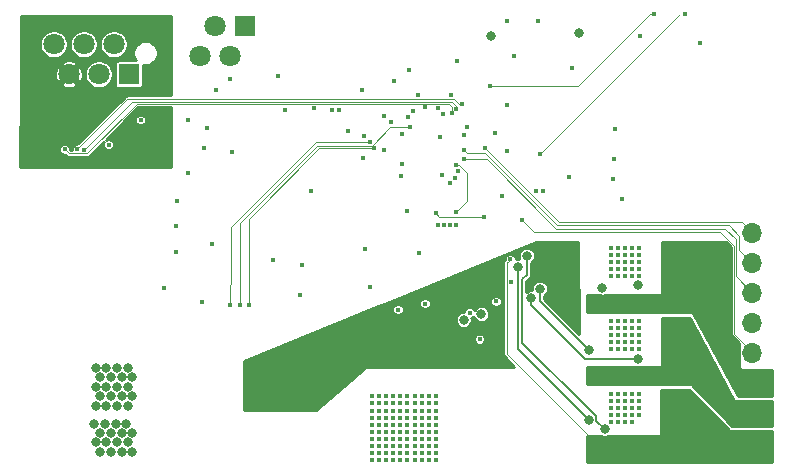
<source format=gbr>
G04 #@! TF.GenerationSoftware,KiCad,Pcbnew,5.0.2-bee76a0~70~ubuntu18.04.1*
G04 #@! TF.CreationDate,2019-12-16T16:01:37+01:00*
G04 #@! TF.ProjectId,board,626f6172-642e-46b6-9963-61645f706362,rev?*
G04 #@! TF.SameCoordinates,Original*
G04 #@! TF.FileFunction,Copper,L3,Inr*
G04 #@! TF.FilePolarity,Positive*
%FSLAX46Y46*%
G04 Gerber Fmt 4.6, Leading zero omitted, Abs format (unit mm)*
G04 Created by KiCad (PCBNEW 5.0.2-bee76a0~70~ubuntu18.04.1) date Mo 16 Dez 2019 16:01:37 CET*
%MOMM*%
%LPD*%
G01*
G04 APERTURE LIST*
G04 #@! TA.AperFunction,ViaPad*
%ADD10O,1.700000X1.700000*%
G04 #@! TD*
G04 #@! TA.AperFunction,ViaPad*
%ADD11R,1.700000X1.700000*%
G04 #@! TD*
G04 #@! TA.AperFunction,ViaPad*
%ADD12C,1.800000*%
G04 #@! TD*
G04 #@! TA.AperFunction,ViaPad*
%ADD13R,1.800000X1.800000*%
G04 #@! TD*
G04 #@! TA.AperFunction,ViaPad*
%ADD14C,0.400000*%
G04 #@! TD*
G04 #@! TA.AperFunction,ViaPad*
%ADD15C,0.800000*%
G04 #@! TD*
G04 #@! TA.AperFunction,ViaPad*
%ADD16C,0.600000*%
G04 #@! TD*
G04 #@! TA.AperFunction,Conductor*
%ADD17C,0.101600*%
G04 #@! TD*
G04 #@! TA.AperFunction,Conductor*
%ADD18C,0.177800*%
G04 #@! TD*
G04 #@! TA.AperFunction,Conductor*
%ADD19C,0.254000*%
G04 #@! TD*
G04 APERTURE END LIST*
D10*
G04 #@! TO.N,/HALL3*
G04 #@! TO.C,J2*
X156000000Y-119329200D03*
G04 #@! TO.N,/HALL2*
X156000000Y-121869200D03*
G04 #@! TO.N,/HALL1*
X156000000Y-124409200D03*
G04 #@! TO.N,GND*
X156000000Y-126949200D03*
G04 #@! TO.N,+3V3*
X156000000Y-129489200D03*
G04 #@! TO.N,/PH1*
X156000000Y-132029200D03*
G04 #@! TO.N,/PH2*
X156000000Y-134569200D03*
D11*
G04 #@! TO.N,/PH3*
X156000000Y-137109200D03*
G04 #@! TD*
D12*
G04 #@! TO.N,N/C*
G04 #@! TO.C,J5*
X96860000Y-103390000D03*
G04 #@! TO.N,SHIELD*
X98130000Y-105930000D03*
D13*
G04 #@! TO.N,/l_TX*
X103210000Y-105930000D03*
D12*
G04 #@! TO.N,/h_TX*
X101940000Y-103390000D03*
G04 #@! TO.N,/l_RX*
X100670000Y-105930000D03*
G04 #@! TO.N,/h_RX*
X99400000Y-103390000D03*
G04 #@! TD*
D13*
G04 #@! TO.N,/SDA*
G04 #@! TO.C,J9*
X113005000Y-101860000D03*
D12*
G04 #@! TO.N,/SCL*
X111735000Y-104400000D03*
G04 #@! TO.N,+3V3*
X110465000Y-101860000D03*
G04 #@! TO.N,GND*
X109195000Y-104400000D03*
G04 #@! TD*
D14*
G04 #@! TO.N,GND*
X126800000Y-136800000D03*
X128000000Y-136800000D03*
X124400000Y-137400000D03*
X128000000Y-136200000D03*
X126200000Y-136200000D03*
X125000000Y-136200000D03*
X124400000Y-136800000D03*
X128000000Y-137400000D03*
X128600000Y-137400000D03*
X126200000Y-136800000D03*
X125010000Y-135610000D03*
X128600000Y-136800000D03*
X124400000Y-136200000D03*
X127400000Y-136800000D03*
X125600000Y-135600000D03*
X126800000Y-137400000D03*
X125000000Y-136800000D03*
X129200000Y-135600000D03*
X126800000Y-135600000D03*
X126200000Y-137400000D03*
X123800000Y-137400000D03*
X128000000Y-135600000D03*
X128600000Y-135600000D03*
X123800000Y-135600000D03*
X128600000Y-136200000D03*
X126200000Y-135600000D03*
X127410000Y-135610000D03*
X127400000Y-136200000D03*
X129200000Y-136800000D03*
X123800000Y-136800000D03*
X125600000Y-137400000D03*
X125600000Y-136200000D03*
X123800000Y-136200000D03*
X125000000Y-137400000D03*
X127400000Y-137400000D03*
X125600000Y-136800000D03*
X124400000Y-135600000D03*
X126800000Y-136200000D03*
X129200000Y-137400000D03*
X129200000Y-136200000D03*
X129200000Y-138600000D03*
X128600000Y-138000000D03*
X123800000Y-138600000D03*
X124400000Y-138000000D03*
X126800000Y-138000000D03*
X125600000Y-138000000D03*
X128000000Y-138600000D03*
X123800000Y-138000000D03*
X126200000Y-138600000D03*
X126800000Y-138600000D03*
X128600000Y-138600000D03*
X125600000Y-138600000D03*
X125000000Y-138600000D03*
X126200000Y-138000000D03*
X128000000Y-138000000D03*
X125000000Y-138000000D03*
X127400000Y-138600000D03*
X129200000Y-138000000D03*
X127400000Y-138000000D03*
X124400000Y-138600000D03*
X126800000Y-134400000D03*
X128000000Y-134400000D03*
X124400000Y-135000000D03*
X128000000Y-133800000D03*
X126200000Y-133800000D03*
X125000000Y-133800000D03*
X124400000Y-134400000D03*
X128000000Y-135000000D03*
X128600000Y-135000000D03*
X126200000Y-134400000D03*
X125010000Y-133210000D03*
X128600000Y-134400000D03*
X124400000Y-133800000D03*
X127400000Y-134400000D03*
X125600000Y-133200000D03*
X126800000Y-135000000D03*
X125000000Y-134400000D03*
X129200000Y-133200000D03*
X126800000Y-133200000D03*
X126200000Y-135000000D03*
X123800000Y-135000000D03*
X128000000Y-133200000D03*
X128600000Y-133200000D03*
X123800000Y-133200000D03*
X128600000Y-133800000D03*
X126200000Y-133200000D03*
X127410000Y-133210000D03*
X127400000Y-133800000D03*
X129200000Y-134400000D03*
X123800000Y-134400000D03*
X125600000Y-135000000D03*
X125600000Y-133800000D03*
X123800000Y-133800000D03*
X125000000Y-135000000D03*
X127400000Y-135000000D03*
X125600000Y-134400000D03*
X124400000Y-133200000D03*
X126800000Y-133800000D03*
X129200000Y-135000000D03*
X129200000Y-133800000D03*
G04 #@! TO.N,+36V*
X129100000Y-127200000D03*
X128500000Y-127800000D03*
X124910000Y-127210000D03*
X126700000Y-127800000D03*
X129100000Y-129000000D03*
X129100000Y-127800000D03*
X128500000Y-127200000D03*
X124900000Y-129000000D03*
X126700000Y-128400000D03*
X126100000Y-127200000D03*
X126100000Y-129000000D03*
X124300000Y-127800000D03*
X126100000Y-128400000D03*
X126700000Y-127200000D03*
X123700000Y-127800000D03*
X126100000Y-127800000D03*
X127900000Y-127200000D03*
X124900000Y-127800000D03*
X127310000Y-127210000D03*
X124300000Y-128400000D03*
X127900000Y-129000000D03*
X127300000Y-127800000D03*
X123700000Y-128400000D03*
X125500000Y-129000000D03*
X125500000Y-127200000D03*
X123700000Y-127200000D03*
X124300000Y-129000000D03*
X127900000Y-127800000D03*
X127300000Y-129000000D03*
X125500000Y-128400000D03*
X128500000Y-128400000D03*
X128500000Y-129000000D03*
X123700000Y-129000000D03*
X124900000Y-128400000D03*
X129100000Y-128400000D03*
X127300000Y-128400000D03*
X127900000Y-128400000D03*
X125500000Y-127800000D03*
X126700000Y-129000000D03*
X124300000Y-127200000D03*
G04 #@! TO.N,/PH2*
X149600000Y-132000000D03*
X150200000Y-130800000D03*
X149600000Y-130800000D03*
X150200000Y-132000000D03*
X149600000Y-131400000D03*
X150200000Y-131400000D03*
X152600000Y-132000000D03*
X152600000Y-131400000D03*
X152000000Y-132000000D03*
X152000000Y-131400000D03*
X152600000Y-130800000D03*
X152000000Y-130800000D03*
X150800000Y-132000000D03*
X151400000Y-130800000D03*
X150800000Y-130800000D03*
X151400000Y-132000000D03*
X150800000Y-131400000D03*
X151400000Y-131400000D03*
X152000000Y-130200000D03*
X152000000Y-129600000D03*
X151400000Y-129000000D03*
X151400000Y-129600000D03*
X151400000Y-130200000D03*
X152600000Y-133200000D03*
X153200000Y-133200000D03*
X152600000Y-132600000D03*
X153200000Y-132600000D03*
X153200000Y-132000000D03*
X152000000Y-132600000D03*
X153800000Y-134400000D03*
X153200000Y-134400000D03*
X153800000Y-133800000D03*
X153200000Y-133800000D03*
X153800000Y-133200000D03*
G04 #@! TO.N,/PH3*
X149100000Y-137900000D03*
X150300000Y-137900000D03*
X149100000Y-138500000D03*
X148500000Y-137300000D03*
X149700000Y-138500000D03*
X149700000Y-137300000D03*
X150900000Y-137300000D03*
X151500000Y-138500000D03*
X149100000Y-136700000D03*
X149710000Y-136710000D03*
X151500000Y-137300000D03*
X148500000Y-138500000D03*
X149700000Y-137900000D03*
X148500000Y-137900000D03*
X150300000Y-138500000D03*
X151500000Y-137900000D03*
X150900000Y-136700000D03*
X150900000Y-137900000D03*
X151500000Y-136700000D03*
X150900000Y-138500000D03*
X149100000Y-137300000D03*
X150300000Y-136700000D03*
X148500000Y-136700000D03*
X150300000Y-137300000D03*
X152110000Y-136710000D03*
X153900000Y-137300000D03*
X152100000Y-138500000D03*
X153900000Y-137900000D03*
X153300000Y-136700000D03*
X153300000Y-138500000D03*
X153300000Y-137900000D03*
X153900000Y-136700000D03*
X153300000Y-137300000D03*
X152100000Y-137300000D03*
X152700000Y-138500000D03*
X152700000Y-136700000D03*
X152700000Y-137900000D03*
X152100000Y-137900000D03*
X152700000Y-137300000D03*
X153900000Y-138500000D03*
X153300000Y-136100000D03*
X151500000Y-136100000D03*
X151500000Y-135500000D03*
X152700000Y-135500000D03*
X152110000Y-135510000D03*
X152100000Y-136100000D03*
X152700000Y-136100000D03*
X151500000Y-134900000D03*
X152110000Y-134910000D03*
X151500000Y-134300000D03*
G04 #@! TO.N,/PH1*
X149100000Y-124700000D03*
X149700000Y-125900000D03*
X149700000Y-124700000D03*
X149100000Y-125900000D03*
X149100000Y-125300000D03*
X149700000Y-125300000D03*
X150300000Y-125300000D03*
X150300000Y-125900000D03*
X150300000Y-124700000D03*
X151000000Y-124700000D03*
X151600000Y-125900000D03*
X151600000Y-124700000D03*
X151000000Y-125900000D03*
X151000000Y-125300000D03*
X151600000Y-125300000D03*
X152200000Y-125300000D03*
X152200000Y-125900000D03*
X152200000Y-124700000D03*
X151600000Y-122900000D03*
X152200000Y-124100000D03*
X152200000Y-122900000D03*
X151600000Y-124100000D03*
X151600000Y-123500000D03*
X152200000Y-123500000D03*
X152800000Y-123500000D03*
X152800000Y-124100000D03*
X152800000Y-122900000D03*
X152200000Y-126500000D03*
X152800000Y-127700000D03*
X152800000Y-126500000D03*
X152200000Y-127700000D03*
X152200000Y-127100000D03*
X152800000Y-127100000D03*
X153400000Y-127100000D03*
X153400000Y-127700000D03*
X153400000Y-126500000D03*
X152800000Y-124700000D03*
X153400000Y-125900000D03*
X153400000Y-124700000D03*
X152800000Y-125900000D03*
X152800000Y-125300000D03*
X153400000Y-125300000D03*
X154000000Y-125300000D03*
X154000000Y-125900000D03*
X154000000Y-124700000D03*
X151600000Y-121100000D03*
X152200000Y-121700000D03*
X152200000Y-122300000D03*
X152200000Y-121100000D03*
X151600000Y-122300000D03*
X152800000Y-122300000D03*
X152800000Y-121100000D03*
X151600000Y-121700000D03*
X152800000Y-121700000D03*
X153400000Y-122900000D03*
X154000000Y-124100000D03*
X153400000Y-124100000D03*
X153400000Y-123500000D03*
X153400000Y-121100000D03*
X153400000Y-122300000D03*
X153400000Y-121700000D03*
X154000000Y-126500000D03*
X154000000Y-127700000D03*
X154000000Y-127100000D03*
X151600000Y-126500000D03*
X152800000Y-128300000D03*
X153400000Y-128300000D03*
X154000000Y-128300000D03*
X152800000Y-128900000D03*
X153400000Y-128900000D03*
X154000000Y-128900000D03*
X154000000Y-129500000D03*
X153400000Y-129500000D03*
X154000000Y-130100000D03*
X153400000Y-130100000D03*
X154000000Y-130700000D03*
X154000000Y-131300000D03*
G04 #@! TO.N,/PH2*
X143600000Y-132000000D03*
X143600000Y-131400000D03*
X148400000Y-130800000D03*
X148400000Y-132000000D03*
X149000000Y-130800000D03*
X143600000Y-130800000D03*
X149000000Y-132000000D03*
X148400000Y-131400000D03*
X149000000Y-131400000D03*
G04 #@! TO.N,/PH1*
X144310000Y-124710000D03*
X144900000Y-125900000D03*
X144900000Y-125300000D03*
X145500000Y-124700000D03*
X144300000Y-125900000D03*
X144300000Y-125300000D03*
X145500000Y-125900000D03*
X146100000Y-124700000D03*
X144900000Y-124700000D03*
X146100000Y-125900000D03*
X145500000Y-125300000D03*
X146100000Y-125300000D03*
X146710000Y-124710000D03*
X147300000Y-125900000D03*
X147300000Y-125300000D03*
X147900000Y-124700000D03*
X146700000Y-125900000D03*
X146700000Y-125300000D03*
X147900000Y-125900000D03*
X148500000Y-124700000D03*
X147300000Y-124700000D03*
X148500000Y-125900000D03*
X147900000Y-125300000D03*
X148500000Y-125300000D03*
G04 #@! TO.N,/PH3*
X143610000Y-136710000D03*
X144200000Y-137900000D03*
X144200000Y-137300000D03*
X144800000Y-136700000D03*
X143600000Y-137900000D03*
X143600000Y-137300000D03*
X144800000Y-137900000D03*
X145400000Y-136700000D03*
X144200000Y-136700000D03*
X145400000Y-137900000D03*
X144800000Y-137300000D03*
X145400000Y-137300000D03*
X143600000Y-138500000D03*
X145400000Y-138500000D03*
X144800000Y-138500000D03*
X144200000Y-138500000D03*
X146000000Y-137900000D03*
X147800000Y-137900000D03*
X147800000Y-138500000D03*
X147200000Y-137300000D03*
X147800000Y-136700000D03*
X146600000Y-136700000D03*
X146010000Y-136710000D03*
X147200000Y-138500000D03*
X146000000Y-137300000D03*
X147200000Y-137900000D03*
X146000000Y-138500000D03*
X146600000Y-138500000D03*
X146600000Y-137300000D03*
X147800000Y-137300000D03*
X147200000Y-136700000D03*
X146600000Y-137900000D03*
G04 #@! TO.N,GND*
X146400000Y-127400000D03*
X144600000Y-127400000D03*
X144600000Y-128600000D03*
X144600000Y-128000000D03*
X146400000Y-129200000D03*
X145800000Y-129200000D03*
X145200000Y-126800000D03*
X145800000Y-126800000D03*
X145800000Y-128000000D03*
X145200000Y-129200000D03*
X145200000Y-127400000D03*
X144600000Y-126800000D03*
X145800000Y-127400000D03*
X145800000Y-128600000D03*
X145200000Y-128600000D03*
X145200000Y-128000000D03*
X146400000Y-126800000D03*
X146400000Y-128000000D03*
X144600000Y-129200000D03*
X146400000Y-128600000D03*
X146400000Y-133600000D03*
X144600000Y-133600000D03*
X144600000Y-134800000D03*
X144600000Y-134200000D03*
X145800000Y-135400000D03*
X145200000Y-133000000D03*
X145800000Y-133000000D03*
X145800000Y-134200000D03*
X145200000Y-135400000D03*
X145200000Y-133600000D03*
X144600000Y-133000000D03*
X145800000Y-133600000D03*
X145800000Y-134800000D03*
X145200000Y-134800000D03*
X145200000Y-134200000D03*
X146400000Y-133000000D03*
X146400000Y-134200000D03*
X144600000Y-135400000D03*
X146400000Y-134800000D03*
G04 #@! TO.N,/PH2*
X143100000Y-131400000D03*
X143100000Y-132000000D03*
G04 #@! TO.N,GND*
X144000000Y-128000000D03*
X144000000Y-129200000D03*
X144000000Y-126800000D03*
X144000000Y-128600000D03*
X144000000Y-127400000D03*
X144000000Y-121200000D03*
X144000000Y-122400000D03*
X144000000Y-121800000D03*
X144000000Y-120600000D03*
X144000000Y-123000000D03*
X144000000Y-134800000D03*
X144000000Y-133600000D03*
X144000000Y-135400000D03*
X144000000Y-133000000D03*
X144000000Y-134200000D03*
X146400000Y-121200000D03*
X146400000Y-121800000D03*
X146400000Y-122400000D03*
X146400000Y-123000000D03*
X145800000Y-123000000D03*
X145800000Y-122400000D03*
X145800000Y-121800000D03*
X145800000Y-121200000D03*
X145800000Y-120600000D03*
X145200000Y-120600000D03*
X145200000Y-121200000D03*
X145200000Y-121800000D03*
X145200000Y-122400000D03*
X145200000Y-123000000D03*
X144600000Y-123000000D03*
X144600000Y-120600000D03*
X144600000Y-121800000D03*
X144600000Y-121200000D03*
X144600000Y-122400000D03*
D15*
G04 #@! TO.N,+36V*
X141300000Y-102400000D03*
X141000000Y-120600000D03*
D14*
G04 #@! TO.N,Net-(C5-Pad2)*
X129890000Y-118690000D03*
X127748000Y-121100000D03*
G04 #@! TO.N,+3V3*
X133750000Y-106885000D03*
X134800000Y-116195000D03*
X127700000Y-107700000D03*
X130500000Y-107700000D03*
X111740000Y-106360000D03*
X115880000Y-106040000D03*
X125700000Y-106510000D03*
X136500000Y-118300000D03*
X129200000Y-117700000D03*
X133300000Y-118000000D03*
X104200000Y-109800000D03*
X108200000Y-109800000D03*
X147700000Y-100800000D03*
X126250000Y-114570000D03*
G04 #@! TO.N,Net-(DRV8323H1-Pad27)*
X130380000Y-118690000D03*
G04 #@! TO.N,Net-(C5-Pad2)*
X117700000Y-124650000D03*
G04 #@! TO.N,GND*
X129390000Y-118670000D03*
D15*
G04 #@! TO.N,/mosfet_bridges/GHA*
X131550000Y-126710000D03*
X143300000Y-124000000D03*
G04 #@! TO.N,/mosfet_bridges/GLA*
X133060000Y-126250000D03*
X146300000Y-123800000D03*
G04 #@! TO.N,/mosfet_bridges/GLB*
X137300000Y-124900000D03*
X146300000Y-130000000D03*
G04 #@! TO.N,/mosfet_bridges/GHB*
X142200000Y-129300000D03*
X138000000Y-124100000D03*
G04 #@! TO.N,/mosfet_bridges/GHC*
X136180000Y-122220000D03*
X142130025Y-135169975D03*
G04 #@! TO.N,/mosfet_bridges/GLC*
X136900000Y-121300000D03*
X143494805Y-135966469D03*
G04 #@! TO.N,GND*
X100300000Y-135500000D03*
X101200000Y-135500000D03*
X102100000Y-135500000D03*
X103000000Y-135500000D03*
X100800000Y-136300000D03*
X101700000Y-136300000D03*
X102600000Y-136300000D03*
X103500000Y-136300000D03*
X100400000Y-137100000D03*
X101300000Y-137100000D03*
X102200000Y-137100000D03*
X103100000Y-137100000D03*
X100800000Y-137900000D03*
X101700000Y-137900000D03*
X102600000Y-137900000D03*
X103500000Y-137900000D03*
D14*
X146400000Y-120600000D03*
X129530000Y-111270000D03*
D15*
X133860000Y-102690000D03*
D14*
X126300000Y-111000000D03*
X135200000Y-108500000D03*
X134200000Y-110900000D03*
X135200000Y-112400000D03*
X124800000Y-109500000D03*
X140700000Y-105400000D03*
X134300000Y-125167399D03*
X132900000Y-128360000D03*
X128290000Y-125350000D03*
X145000000Y-116500000D03*
X126800000Y-117500000D03*
G04 #@! TO.N,/HALL2*
X131610000Y-112370000D03*
G04 #@! TO.N,/HALL1*
X131610000Y-113110000D03*
G04 #@! TO.N,/HALL3*
X133330000Y-112160000D03*
G04 #@! TO.N,+5V*
X107200000Y-118800000D03*
X107200000Y-120975000D03*
X144300000Y-113100000D03*
X144400000Y-110600000D03*
X144200000Y-114800000D03*
X140500000Y-114600000D03*
X135800000Y-104400000D03*
X151600000Y-103300000D03*
X122960000Y-107250000D03*
X106180000Y-124020000D03*
X107300000Y-116680000D03*
X146500000Y-102700000D03*
G04 #@! TO.N,/PH1*
X132070000Y-126100000D03*
X143110000Y-126060000D03*
G04 #@! TO.N,/PH2*
X135548036Y-123532076D03*
X143110000Y-130810000D03*
G04 #@! TO.N,/PH3*
X135500000Y-121608700D03*
X143040000Y-138210000D03*
D16*
G04 #@! TO.N,SHIELD*
X102950000Y-107640000D03*
X102270000Y-107670000D03*
X103690000Y-107560000D03*
X104390000Y-107420000D03*
X104940000Y-106980000D03*
X105300000Y-106350000D03*
X105500000Y-105660000D03*
D14*
G04 #@! TO.N,/NEOPXL*
X131560000Y-111110000D03*
X109370000Y-125170000D03*
G04 #@! TO.N,/Encoder1_A*
X115450000Y-121670000D03*
X138270000Y-115830000D03*
G04 #@! TO.N,/Encoder1_B*
X110250000Y-120330000D03*
X137660000Y-115820000D03*
G04 #@! TO.N,Net-(DRV8323H1-Pad26)*
X130910000Y-118670000D03*
G04 #@! TO.N,Net-(C5-Pad2)*
X123600000Y-123900000D03*
X117900000Y-122050000D03*
G04 #@! TO.N,Net-(DRV8323H1-Pad27)*
X126000000Y-125850000D03*
G04 #@! TO.N,GND*
X137812500Y-101400000D03*
X135200000Y-101400000D03*
G04 #@! TO.N,Net-(DRV8323H1-Pad26)*
X123200000Y-120750000D03*
G04 #@! TO.N,/term_te*
X101500000Y-111900000D03*
X108200000Y-114300000D03*
G04 #@! TO.N,/SDA*
X111950000Y-112540000D03*
X126300000Y-113500000D03*
G04 #@! TO.N,/SCL*
X124840000Y-112340000D03*
X109870000Y-110500000D03*
D15*
G04 #@! TO.N,Net-(D1-Pad2)*
X100800000Y-133200000D03*
X101700000Y-133200000D03*
X102600000Y-133200000D03*
X103500000Y-133200000D03*
X100400000Y-130800000D03*
X101300000Y-130800000D03*
X102200000Y-130800000D03*
X103100000Y-130800000D03*
X100800000Y-131600000D03*
X101700000Y-131600000D03*
X102600000Y-131600000D03*
X103500000Y-131600000D03*
X100400000Y-132400000D03*
X101300000Y-132400000D03*
X102200000Y-132400000D03*
X103100000Y-132400000D03*
X100400000Y-134000000D03*
X101300000Y-134000000D03*
X102200000Y-134000000D03*
X103100000Y-134000000D03*
D14*
G04 #@! TO.N,/DE*
X131450000Y-108470000D03*
X98860000Y-112270000D03*
G04 #@! TO.N,/WP*
X110600000Y-107300000D03*
X109600000Y-112200000D03*
G04 #@! TO.N,+1V2*
X126900000Y-105600000D03*
X131000000Y-104800000D03*
X131800000Y-110400000D03*
X125400000Y-110000000D03*
G04 #@! TO.N,USB_PU*
X130830000Y-114730000D03*
X118880000Y-108800000D03*
G04 #@! TO.N,USB_P*
X130410000Y-115150000D03*
X120440000Y-108990000D03*
G04 #@! TO.N,USB_N*
X129730000Y-114480000D03*
X121020000Y-108990000D03*
G04 #@! TO.N,82*
X129850000Y-109260000D03*
X118650000Y-115810000D03*
G04 #@! TO.N,109*
X127300000Y-109000000D03*
X116400000Y-108930000D03*
G04 #@! TO.N,/RX*
X97770000Y-112270000D03*
X130600000Y-109200000D03*
G04 #@! TO.N,/TX*
X130940000Y-108880000D03*
X99420000Y-112330000D03*
G04 #@! TO.N,/CS_MISO*
X113400000Y-125500000D03*
X124000000Y-112200000D03*
G04 #@! TO.N,/CS_CLK*
X126991736Y-110408264D03*
X112600000Y-125500000D03*
G04 #@! TO.N,/CS*
X123610000Y-111660000D03*
X111800000Y-125500000D03*
G04 #@! TO.N,/iCE40LP/SCK*
X126820000Y-109550000D03*
X121790000Y-110760000D03*
G04 #@! TO.N,/iCE40LP/SDO*
X123140000Y-111140000D03*
X129360000Y-108810000D03*
G04 #@! TO.N,/iCE40LP/SDI*
X128244780Y-108740000D03*
X123000000Y-113001600D03*
G04 #@! TO.N,/iCE40LP/LED*
X131120000Y-114090000D03*
X150300000Y-100800000D03*
X138000000Y-112700000D03*
G04 #@! TO.N,/nFault*
X130910000Y-113650000D03*
X130900000Y-117600000D03*
G04 #@! TD*
D17*
G04 #@! TO.N,+3V3*
X129500000Y-118000000D02*
X133300000Y-118000000D01*
X129200000Y-117700000D02*
X129500000Y-118000000D01*
X133750000Y-106885000D02*
X141215000Y-106885000D01*
X141215000Y-106885000D02*
X147300000Y-100800000D01*
X154447590Y-127936790D02*
X155150001Y-128639201D01*
X154447590Y-120447590D02*
X154447590Y-127936790D01*
X153300000Y-119300000D02*
X154447590Y-120447590D01*
X155150001Y-128639201D02*
X156000000Y-129489200D01*
X137500000Y-119300000D02*
X153300000Y-119300000D01*
X136500000Y-118300000D02*
X137500000Y-119300000D01*
D18*
G04 #@! TO.N,/mosfet_bridges/GLB*
X137300000Y-124900000D02*
X137300000Y-125465685D01*
X141834315Y-130000000D02*
X141600000Y-129765685D01*
X137300000Y-125465685D02*
X141600000Y-129765685D01*
X146300000Y-130000000D02*
X141834315Y-130000000D01*
X141600000Y-129765685D02*
X141775616Y-129941301D01*
G04 #@! TO.N,/mosfet_bridges/GHB*
X138000000Y-125100000D02*
X142200000Y-129300000D01*
X138000000Y-124100000D02*
X138000000Y-125100000D01*
G04 #@! TO.N,/mosfet_bridges/GHC*
X136180000Y-128780000D02*
X136180000Y-122220000D01*
X136180000Y-128780000D02*
X136180000Y-129219950D01*
X136180000Y-129219950D02*
X142130025Y-135169975D01*
G04 #@! TO.N,/mosfet_bridges/GLC*
X136900000Y-121300000D02*
X136900000Y-122900000D01*
X136900000Y-122900000D02*
X136510210Y-123289790D01*
X136510210Y-123289790D02*
X136510210Y-128643224D01*
X136510210Y-128643224D02*
X142166986Y-134300000D01*
X143500000Y-136000000D02*
X142771326Y-135271326D01*
X142771326Y-135271326D02*
X142771326Y-134900000D01*
X142166986Y-134300000D02*
X142771326Y-134900000D01*
D17*
G04 #@! TO.N,/HALL2*
X131809999Y-112569999D02*
X133369999Y-112569999D01*
X131610000Y-112370000D02*
X131809999Y-112569999D01*
X133369999Y-112569999D02*
X139500000Y-118700000D01*
X154900000Y-119600000D02*
X154900000Y-120769200D01*
X154900000Y-120769200D02*
X156000000Y-121869200D01*
X139500000Y-118700000D02*
X154000000Y-118700000D01*
X154000000Y-118700000D02*
X154900000Y-119600000D01*
G04 #@! TO.N,/HALL1*
X131892842Y-113110000D02*
X131902842Y-113100000D01*
X131610000Y-113110000D02*
X131892842Y-113110000D01*
X131902842Y-113100000D02*
X133500000Y-113100000D01*
X133500000Y-113100000D02*
X139400000Y-119000000D01*
X150500000Y-119000000D02*
X153700000Y-119000000D01*
X150500000Y-119000000D02*
X150600000Y-119000000D01*
X139400000Y-119000000D02*
X150500000Y-119000000D01*
X153700000Y-119000000D02*
X154600000Y-119900000D01*
X154600000Y-123009200D02*
X156000000Y-124409200D01*
X154600000Y-119900000D02*
X154600000Y-123009200D01*
G04 #@! TO.N,/HALL3*
X139649201Y-118479201D02*
X138085000Y-116915000D01*
X156000000Y-119329200D02*
X155150001Y-118479201D01*
X155150001Y-118479201D02*
X139649201Y-118479201D01*
X133330000Y-112160000D02*
X138085000Y-116915000D01*
G04 #@! TO.N,/PH3*
X143040000Y-138210000D02*
X143040000Y-137440000D01*
X135300001Y-121808699D02*
X135500000Y-121608700D01*
X135246435Y-129646435D02*
X135246435Y-121862265D01*
X135246435Y-121862265D02*
X135300001Y-121808699D01*
X143040000Y-137440000D02*
X135246435Y-129646435D01*
G04 #@! TO.N,+3V3*
X147300000Y-100800000D02*
X147700000Y-100800000D01*
G04 #@! TO.N,/DE*
X131167158Y-108470000D02*
X131450000Y-108470000D01*
X130738759Y-108041601D02*
X131167158Y-108470000D01*
X103088399Y-108041601D02*
X130738759Y-108041601D01*
X98860000Y-112270000D02*
X103088399Y-108041601D01*
G04 #@! TO.N,/RX*
X111120000Y-108412410D02*
X111067590Y-108412410D01*
X111120000Y-108412410D02*
X103867590Y-108412410D01*
X129542410Y-108412410D02*
X111120000Y-108412410D01*
X98131601Y-112631601D02*
X97770000Y-112270000D01*
X103867590Y-108412410D02*
X99648399Y-112631601D01*
X99648399Y-112631601D02*
X98131601Y-112631601D01*
X129542410Y-108412410D02*
X130312410Y-108412410D01*
X130600000Y-108700000D02*
X130600000Y-109200000D01*
X130312410Y-108412410D02*
X130600000Y-108700000D01*
G04 #@! TO.N,/TX*
X130940000Y-108597158D02*
X130602842Y-108260000D01*
X130940000Y-108880000D02*
X130940000Y-108597158D01*
X130602842Y-108260000D02*
X103490000Y-108260000D01*
X103490000Y-108260000D02*
X99420000Y-112330000D01*
G04 #@! TO.N,/CS_MISO*
X113400000Y-125500000D02*
X113400000Y-118150000D01*
X119350000Y-112200000D02*
X124000000Y-112200000D01*
X113400000Y-118150000D02*
X119350000Y-112200000D01*
G04 #@! TO.N,/CS_CLK*
X126708894Y-110408264D02*
X126991736Y-110408264D01*
X112600000Y-125500000D02*
X112600000Y-118540000D01*
X112600000Y-118540000D02*
X119160000Y-111980000D01*
X123650000Y-111980000D02*
X123792029Y-111961601D01*
X119160000Y-111980000D02*
X123650000Y-111980000D01*
X123792029Y-111961601D02*
X125345366Y-110408264D01*
X125345366Y-110408264D02*
X126708894Y-110408264D01*
G04 #@! TO.N,/CS*
X111800000Y-125217158D02*
X111800000Y-125500000D01*
X111830000Y-122270000D02*
X111800000Y-125217158D01*
X111830000Y-118870000D02*
X111830000Y-122270000D01*
X119040000Y-111660000D02*
X111830000Y-118870000D01*
X123610000Y-111660000D02*
X119040000Y-111660000D01*
G04 #@! TO.N,/iCE40LP/LED*
X138000000Y-112700000D02*
X149900000Y-100800000D01*
G04 #@! TO.N,/nFault*
X131800000Y-114257158D02*
X131192842Y-113650000D01*
X131192842Y-113650000D02*
X130910000Y-113650000D01*
X131800000Y-116700000D02*
X131800000Y-114257158D01*
X130900000Y-117600000D02*
X131800000Y-116700000D01*
G04 #@! TD*
D19*
G04 #@! TO.N,SHIELD*
G36*
X106773000Y-101026828D02*
X106773000Y-107711401D01*
X103104603Y-107711401D01*
X103088398Y-107709805D01*
X103072193Y-107711401D01*
X103072184Y-107711401D01*
X103023669Y-107716179D01*
X102961426Y-107735061D01*
X102904062Y-107765722D01*
X102853783Y-107806985D01*
X102843449Y-107819577D01*
X98872428Y-111790600D01*
X98812783Y-111790600D01*
X98720164Y-111809023D01*
X98632919Y-111845161D01*
X98554400Y-111897625D01*
X98487625Y-111964400D01*
X98435161Y-112042919D01*
X98399023Y-112130164D01*
X98380600Y-112222783D01*
X98380600Y-112301401D01*
X98268374Y-112301401D01*
X98249400Y-112282427D01*
X98249400Y-112222783D01*
X98230977Y-112130164D01*
X98194839Y-112042919D01*
X98142375Y-111964400D01*
X98075600Y-111897625D01*
X97997081Y-111845161D01*
X97909836Y-111809023D01*
X97817217Y-111790600D01*
X97722783Y-111790600D01*
X97630164Y-111809023D01*
X97542919Y-111845161D01*
X97464400Y-111897625D01*
X97397625Y-111964400D01*
X97345161Y-112042919D01*
X97309023Y-112130164D01*
X97290600Y-112222783D01*
X97290600Y-112317217D01*
X97309023Y-112409836D01*
X97345161Y-112497081D01*
X97397625Y-112575600D01*
X97464400Y-112642375D01*
X97542919Y-112694839D01*
X97630164Y-112730977D01*
X97722783Y-112749400D01*
X97782427Y-112749400D01*
X97886646Y-112853619D01*
X97896985Y-112866217D01*
X97923343Y-112887848D01*
X97947263Y-112907480D01*
X97977924Y-112923868D01*
X98004628Y-112938141D01*
X98066871Y-112957023D01*
X98115386Y-112961801D01*
X98115387Y-112961801D01*
X98131600Y-112963398D01*
X98147813Y-112961801D01*
X99632186Y-112961801D01*
X99648399Y-112963398D01*
X99664612Y-112961801D01*
X99664614Y-112961801D01*
X99713129Y-112957023D01*
X99775372Y-112938141D01*
X99832736Y-112907480D01*
X99883015Y-112866217D01*
X99893358Y-112853614D01*
X101077391Y-111669582D01*
X101075161Y-111672919D01*
X101039023Y-111760164D01*
X101020600Y-111852783D01*
X101020600Y-111947217D01*
X101039023Y-112039836D01*
X101075161Y-112127081D01*
X101127625Y-112205600D01*
X101194400Y-112272375D01*
X101272919Y-112324839D01*
X101360164Y-112360977D01*
X101452783Y-112379400D01*
X101547217Y-112379400D01*
X101639836Y-112360977D01*
X101727081Y-112324839D01*
X101805600Y-112272375D01*
X101872375Y-112205600D01*
X101924839Y-112127081D01*
X101960977Y-112039836D01*
X101979400Y-111947217D01*
X101979400Y-111852783D01*
X101960977Y-111760164D01*
X101924839Y-111672919D01*
X101872375Y-111594400D01*
X101805600Y-111527625D01*
X101727081Y-111475161D01*
X101639836Y-111439023D01*
X101547217Y-111420600D01*
X101452783Y-111420600D01*
X101360164Y-111439023D01*
X101272919Y-111475161D01*
X101269582Y-111477391D01*
X102994190Y-109752783D01*
X103720600Y-109752783D01*
X103720600Y-109847217D01*
X103739023Y-109939836D01*
X103775161Y-110027081D01*
X103827625Y-110105600D01*
X103894400Y-110172375D01*
X103972919Y-110224839D01*
X104060164Y-110260977D01*
X104152783Y-110279400D01*
X104247217Y-110279400D01*
X104339836Y-110260977D01*
X104427081Y-110224839D01*
X104505600Y-110172375D01*
X104572375Y-110105600D01*
X104624839Y-110027081D01*
X104660977Y-109939836D01*
X104679400Y-109847217D01*
X104679400Y-109752783D01*
X104660977Y-109660164D01*
X104624839Y-109572919D01*
X104572375Y-109494400D01*
X104505600Y-109427625D01*
X104427081Y-109375161D01*
X104339836Y-109339023D01*
X104247217Y-109320600D01*
X104152783Y-109320600D01*
X104060164Y-109339023D01*
X103972919Y-109375161D01*
X103894400Y-109427625D01*
X103827625Y-109494400D01*
X103775161Y-109572919D01*
X103739023Y-109660164D01*
X103720600Y-109752783D01*
X102994190Y-109752783D01*
X104004364Y-108742610D01*
X106773000Y-108742610D01*
X106773000Y-113773000D01*
X94027334Y-113773000D01*
X94045603Y-106803278D01*
X97436327Y-106803278D01*
X97540168Y-106957899D01*
X97752034Y-107053218D01*
X97978426Y-107105373D01*
X98210643Y-107112359D01*
X98439760Y-107073907D01*
X98656973Y-106991497D01*
X98719832Y-106957899D01*
X98823673Y-106803278D01*
X98130000Y-106109605D01*
X97436327Y-106803278D01*
X94045603Y-106803278D01*
X94047681Y-106010643D01*
X96947641Y-106010643D01*
X96986093Y-106239760D01*
X97068503Y-106456973D01*
X97102101Y-106519832D01*
X97256722Y-106623673D01*
X97950395Y-105930000D01*
X98309605Y-105930000D01*
X99003278Y-106623673D01*
X99157899Y-106519832D01*
X99253218Y-106307966D01*
X99305373Y-106081574D01*
X99312359Y-105849357D01*
X99306399Y-105813839D01*
X99490600Y-105813839D01*
X99490600Y-106046161D01*
X99535923Y-106274018D01*
X99624829Y-106488656D01*
X99753900Y-106681824D01*
X99918176Y-106846100D01*
X100111344Y-106975171D01*
X100325982Y-107064077D01*
X100553839Y-107109400D01*
X100786161Y-107109400D01*
X101014018Y-107064077D01*
X101228656Y-106975171D01*
X101421824Y-106846100D01*
X101586100Y-106681824D01*
X101715171Y-106488656D01*
X101804077Y-106274018D01*
X101849400Y-106046161D01*
X101849400Y-105813839D01*
X101804077Y-105585982D01*
X101715171Y-105371344D01*
X101586100Y-105178176D01*
X101437924Y-105030000D01*
X102029249Y-105030000D01*
X102029249Y-106830000D01*
X102034644Y-106884772D01*
X102050620Y-106937439D01*
X102076564Y-106985977D01*
X102111479Y-107028521D01*
X102154023Y-107063436D01*
X102202561Y-107089380D01*
X102255228Y-107105356D01*
X102310000Y-107110751D01*
X104110000Y-107110751D01*
X104164772Y-107105356D01*
X104217439Y-107089380D01*
X104265977Y-107063436D01*
X104308521Y-107028521D01*
X104343436Y-106985977D01*
X104369380Y-106937439D01*
X104385356Y-106884772D01*
X104390751Y-106830000D01*
X104390751Y-105136007D01*
X104508608Y-105159450D01*
X104711392Y-105159450D01*
X104910279Y-105119889D01*
X105097627Y-105042287D01*
X105266236Y-104929626D01*
X105409626Y-104786236D01*
X105522287Y-104617627D01*
X105599889Y-104430279D01*
X105639450Y-104231392D01*
X105639450Y-104028608D01*
X105599889Y-103829721D01*
X105522287Y-103642373D01*
X105409626Y-103473764D01*
X105266236Y-103330374D01*
X105097627Y-103217713D01*
X104910279Y-103140111D01*
X104711392Y-103100550D01*
X104508608Y-103100550D01*
X104309721Y-103140111D01*
X104122373Y-103217713D01*
X103953764Y-103330374D01*
X103810374Y-103473764D01*
X103697713Y-103642373D01*
X103620111Y-103829721D01*
X103580550Y-104028608D01*
X103580550Y-104231392D01*
X103620111Y-104430279D01*
X103697713Y-104617627D01*
X103785660Y-104749249D01*
X102310000Y-104749249D01*
X102255228Y-104754644D01*
X102202561Y-104770620D01*
X102154023Y-104796564D01*
X102111479Y-104831479D01*
X102076564Y-104874023D01*
X102050620Y-104922561D01*
X102034644Y-104975228D01*
X102029249Y-105030000D01*
X101437924Y-105030000D01*
X101421824Y-105013900D01*
X101228656Y-104884829D01*
X101014018Y-104795923D01*
X100786161Y-104750600D01*
X100553839Y-104750600D01*
X100325982Y-104795923D01*
X100111344Y-104884829D01*
X99918176Y-105013900D01*
X99753900Y-105178176D01*
X99624829Y-105371344D01*
X99535923Y-105585982D01*
X99490600Y-105813839D01*
X99306399Y-105813839D01*
X99273907Y-105620240D01*
X99191497Y-105403027D01*
X99157899Y-105340168D01*
X99003278Y-105236327D01*
X98309605Y-105930000D01*
X97950395Y-105930000D01*
X97256722Y-105236327D01*
X97102101Y-105340168D01*
X97006782Y-105552034D01*
X96954627Y-105778426D01*
X96947641Y-106010643D01*
X94047681Y-106010643D01*
X94050181Y-105056722D01*
X97436327Y-105056722D01*
X98130000Y-105750395D01*
X98823673Y-105056722D01*
X98719832Y-104902101D01*
X98507966Y-104806782D01*
X98281574Y-104754627D01*
X98049357Y-104747641D01*
X97820240Y-104786093D01*
X97603027Y-104868503D01*
X97540168Y-104902101D01*
X97436327Y-105056722D01*
X94050181Y-105056722D01*
X94054856Y-103273839D01*
X95680600Y-103273839D01*
X95680600Y-103506161D01*
X95725923Y-103734018D01*
X95814829Y-103948656D01*
X95943900Y-104141824D01*
X96108176Y-104306100D01*
X96301344Y-104435171D01*
X96515982Y-104524077D01*
X96743839Y-104569400D01*
X96976161Y-104569400D01*
X97204018Y-104524077D01*
X97418656Y-104435171D01*
X97611824Y-104306100D01*
X97776100Y-104141824D01*
X97905171Y-103948656D01*
X97994077Y-103734018D01*
X98039400Y-103506161D01*
X98039400Y-103273839D01*
X98220600Y-103273839D01*
X98220600Y-103506161D01*
X98265923Y-103734018D01*
X98354829Y-103948656D01*
X98483900Y-104141824D01*
X98648176Y-104306100D01*
X98841344Y-104435171D01*
X99055982Y-104524077D01*
X99283839Y-104569400D01*
X99516161Y-104569400D01*
X99744018Y-104524077D01*
X99958656Y-104435171D01*
X100151824Y-104306100D01*
X100316100Y-104141824D01*
X100445171Y-103948656D01*
X100534077Y-103734018D01*
X100579400Y-103506161D01*
X100579400Y-103273839D01*
X100760600Y-103273839D01*
X100760600Y-103506161D01*
X100805923Y-103734018D01*
X100894829Y-103948656D01*
X101023900Y-104141824D01*
X101188176Y-104306100D01*
X101381344Y-104435171D01*
X101595982Y-104524077D01*
X101823839Y-104569400D01*
X102056161Y-104569400D01*
X102284018Y-104524077D01*
X102498656Y-104435171D01*
X102691824Y-104306100D01*
X102856100Y-104141824D01*
X102985171Y-103948656D01*
X103074077Y-103734018D01*
X103119400Y-103506161D01*
X103119400Y-103273839D01*
X103074077Y-103045982D01*
X102985171Y-102831344D01*
X102856100Y-102638176D01*
X102691824Y-102473900D01*
X102498656Y-102344829D01*
X102284018Y-102255923D01*
X102056161Y-102210600D01*
X101823839Y-102210600D01*
X101595982Y-102255923D01*
X101381344Y-102344829D01*
X101188176Y-102473900D01*
X101023900Y-102638176D01*
X100894829Y-102831344D01*
X100805923Y-103045982D01*
X100760600Y-103273839D01*
X100579400Y-103273839D01*
X100534077Y-103045982D01*
X100445171Y-102831344D01*
X100316100Y-102638176D01*
X100151824Y-102473900D01*
X99958656Y-102344829D01*
X99744018Y-102255923D01*
X99516161Y-102210600D01*
X99283839Y-102210600D01*
X99055982Y-102255923D01*
X98841344Y-102344829D01*
X98648176Y-102473900D01*
X98483900Y-102638176D01*
X98354829Y-102831344D01*
X98265923Y-103045982D01*
X98220600Y-103273839D01*
X98039400Y-103273839D01*
X97994077Y-103045982D01*
X97905171Y-102831344D01*
X97776100Y-102638176D01*
X97611824Y-102473900D01*
X97418656Y-102344829D01*
X97204018Y-102255923D01*
X96976161Y-102210600D01*
X96743839Y-102210600D01*
X96515982Y-102255923D01*
X96301344Y-102344829D01*
X96108176Y-102473900D01*
X95943900Y-102638176D01*
X95814829Y-102831344D01*
X95725923Y-103045982D01*
X95680600Y-103273839D01*
X94054856Y-103273839D01*
X94060792Y-101009547D01*
X106773000Y-101026828D01*
X106773000Y-101026828D01*
G37*
X106773000Y-101026828D02*
X106773000Y-107711401D01*
X103104603Y-107711401D01*
X103088398Y-107709805D01*
X103072193Y-107711401D01*
X103072184Y-107711401D01*
X103023669Y-107716179D01*
X102961426Y-107735061D01*
X102904062Y-107765722D01*
X102853783Y-107806985D01*
X102843449Y-107819577D01*
X98872428Y-111790600D01*
X98812783Y-111790600D01*
X98720164Y-111809023D01*
X98632919Y-111845161D01*
X98554400Y-111897625D01*
X98487625Y-111964400D01*
X98435161Y-112042919D01*
X98399023Y-112130164D01*
X98380600Y-112222783D01*
X98380600Y-112301401D01*
X98268374Y-112301401D01*
X98249400Y-112282427D01*
X98249400Y-112222783D01*
X98230977Y-112130164D01*
X98194839Y-112042919D01*
X98142375Y-111964400D01*
X98075600Y-111897625D01*
X97997081Y-111845161D01*
X97909836Y-111809023D01*
X97817217Y-111790600D01*
X97722783Y-111790600D01*
X97630164Y-111809023D01*
X97542919Y-111845161D01*
X97464400Y-111897625D01*
X97397625Y-111964400D01*
X97345161Y-112042919D01*
X97309023Y-112130164D01*
X97290600Y-112222783D01*
X97290600Y-112317217D01*
X97309023Y-112409836D01*
X97345161Y-112497081D01*
X97397625Y-112575600D01*
X97464400Y-112642375D01*
X97542919Y-112694839D01*
X97630164Y-112730977D01*
X97722783Y-112749400D01*
X97782427Y-112749400D01*
X97886646Y-112853619D01*
X97896985Y-112866217D01*
X97923343Y-112887848D01*
X97947263Y-112907480D01*
X97977924Y-112923868D01*
X98004628Y-112938141D01*
X98066871Y-112957023D01*
X98115386Y-112961801D01*
X98115387Y-112961801D01*
X98131600Y-112963398D01*
X98147813Y-112961801D01*
X99632186Y-112961801D01*
X99648399Y-112963398D01*
X99664612Y-112961801D01*
X99664614Y-112961801D01*
X99713129Y-112957023D01*
X99775372Y-112938141D01*
X99832736Y-112907480D01*
X99883015Y-112866217D01*
X99893358Y-112853614D01*
X101077391Y-111669582D01*
X101075161Y-111672919D01*
X101039023Y-111760164D01*
X101020600Y-111852783D01*
X101020600Y-111947217D01*
X101039023Y-112039836D01*
X101075161Y-112127081D01*
X101127625Y-112205600D01*
X101194400Y-112272375D01*
X101272919Y-112324839D01*
X101360164Y-112360977D01*
X101452783Y-112379400D01*
X101547217Y-112379400D01*
X101639836Y-112360977D01*
X101727081Y-112324839D01*
X101805600Y-112272375D01*
X101872375Y-112205600D01*
X101924839Y-112127081D01*
X101960977Y-112039836D01*
X101979400Y-111947217D01*
X101979400Y-111852783D01*
X101960977Y-111760164D01*
X101924839Y-111672919D01*
X101872375Y-111594400D01*
X101805600Y-111527625D01*
X101727081Y-111475161D01*
X101639836Y-111439023D01*
X101547217Y-111420600D01*
X101452783Y-111420600D01*
X101360164Y-111439023D01*
X101272919Y-111475161D01*
X101269582Y-111477391D01*
X102994190Y-109752783D01*
X103720600Y-109752783D01*
X103720600Y-109847217D01*
X103739023Y-109939836D01*
X103775161Y-110027081D01*
X103827625Y-110105600D01*
X103894400Y-110172375D01*
X103972919Y-110224839D01*
X104060164Y-110260977D01*
X104152783Y-110279400D01*
X104247217Y-110279400D01*
X104339836Y-110260977D01*
X104427081Y-110224839D01*
X104505600Y-110172375D01*
X104572375Y-110105600D01*
X104624839Y-110027081D01*
X104660977Y-109939836D01*
X104679400Y-109847217D01*
X104679400Y-109752783D01*
X104660977Y-109660164D01*
X104624839Y-109572919D01*
X104572375Y-109494400D01*
X104505600Y-109427625D01*
X104427081Y-109375161D01*
X104339836Y-109339023D01*
X104247217Y-109320600D01*
X104152783Y-109320600D01*
X104060164Y-109339023D01*
X103972919Y-109375161D01*
X103894400Y-109427625D01*
X103827625Y-109494400D01*
X103775161Y-109572919D01*
X103739023Y-109660164D01*
X103720600Y-109752783D01*
X102994190Y-109752783D01*
X104004364Y-108742610D01*
X106773000Y-108742610D01*
X106773000Y-113773000D01*
X94027334Y-113773000D01*
X94045603Y-106803278D01*
X97436327Y-106803278D01*
X97540168Y-106957899D01*
X97752034Y-107053218D01*
X97978426Y-107105373D01*
X98210643Y-107112359D01*
X98439760Y-107073907D01*
X98656973Y-106991497D01*
X98719832Y-106957899D01*
X98823673Y-106803278D01*
X98130000Y-106109605D01*
X97436327Y-106803278D01*
X94045603Y-106803278D01*
X94047681Y-106010643D01*
X96947641Y-106010643D01*
X96986093Y-106239760D01*
X97068503Y-106456973D01*
X97102101Y-106519832D01*
X97256722Y-106623673D01*
X97950395Y-105930000D01*
X98309605Y-105930000D01*
X99003278Y-106623673D01*
X99157899Y-106519832D01*
X99253218Y-106307966D01*
X99305373Y-106081574D01*
X99312359Y-105849357D01*
X99306399Y-105813839D01*
X99490600Y-105813839D01*
X99490600Y-106046161D01*
X99535923Y-106274018D01*
X99624829Y-106488656D01*
X99753900Y-106681824D01*
X99918176Y-106846100D01*
X100111344Y-106975171D01*
X100325982Y-107064077D01*
X100553839Y-107109400D01*
X100786161Y-107109400D01*
X101014018Y-107064077D01*
X101228656Y-106975171D01*
X101421824Y-106846100D01*
X101586100Y-106681824D01*
X101715171Y-106488656D01*
X101804077Y-106274018D01*
X101849400Y-106046161D01*
X101849400Y-105813839D01*
X101804077Y-105585982D01*
X101715171Y-105371344D01*
X101586100Y-105178176D01*
X101437924Y-105030000D01*
X102029249Y-105030000D01*
X102029249Y-106830000D01*
X102034644Y-106884772D01*
X102050620Y-106937439D01*
X102076564Y-106985977D01*
X102111479Y-107028521D01*
X102154023Y-107063436D01*
X102202561Y-107089380D01*
X102255228Y-107105356D01*
X102310000Y-107110751D01*
X104110000Y-107110751D01*
X104164772Y-107105356D01*
X104217439Y-107089380D01*
X104265977Y-107063436D01*
X104308521Y-107028521D01*
X104343436Y-106985977D01*
X104369380Y-106937439D01*
X104385356Y-106884772D01*
X104390751Y-106830000D01*
X104390751Y-105136007D01*
X104508608Y-105159450D01*
X104711392Y-105159450D01*
X104910279Y-105119889D01*
X105097627Y-105042287D01*
X105266236Y-104929626D01*
X105409626Y-104786236D01*
X105522287Y-104617627D01*
X105599889Y-104430279D01*
X105639450Y-104231392D01*
X105639450Y-104028608D01*
X105599889Y-103829721D01*
X105522287Y-103642373D01*
X105409626Y-103473764D01*
X105266236Y-103330374D01*
X105097627Y-103217713D01*
X104910279Y-103140111D01*
X104711392Y-103100550D01*
X104508608Y-103100550D01*
X104309721Y-103140111D01*
X104122373Y-103217713D01*
X103953764Y-103330374D01*
X103810374Y-103473764D01*
X103697713Y-103642373D01*
X103620111Y-103829721D01*
X103580550Y-104028608D01*
X103580550Y-104231392D01*
X103620111Y-104430279D01*
X103697713Y-104617627D01*
X103785660Y-104749249D01*
X102310000Y-104749249D01*
X102255228Y-104754644D01*
X102202561Y-104770620D01*
X102154023Y-104796564D01*
X102111479Y-104831479D01*
X102076564Y-104874023D01*
X102050620Y-104922561D01*
X102034644Y-104975228D01*
X102029249Y-105030000D01*
X101437924Y-105030000D01*
X101421824Y-105013900D01*
X101228656Y-104884829D01*
X101014018Y-104795923D01*
X100786161Y-104750600D01*
X100553839Y-104750600D01*
X100325982Y-104795923D01*
X100111344Y-104884829D01*
X99918176Y-105013900D01*
X99753900Y-105178176D01*
X99624829Y-105371344D01*
X99535923Y-105585982D01*
X99490600Y-105813839D01*
X99306399Y-105813839D01*
X99273907Y-105620240D01*
X99191497Y-105403027D01*
X99157899Y-105340168D01*
X99003278Y-105236327D01*
X98309605Y-105930000D01*
X97950395Y-105930000D01*
X97256722Y-105236327D01*
X97102101Y-105340168D01*
X97006782Y-105552034D01*
X96954627Y-105778426D01*
X96947641Y-106010643D01*
X94047681Y-106010643D01*
X94050181Y-105056722D01*
X97436327Y-105056722D01*
X98130000Y-105750395D01*
X98823673Y-105056722D01*
X98719832Y-104902101D01*
X98507966Y-104806782D01*
X98281574Y-104754627D01*
X98049357Y-104747641D01*
X97820240Y-104786093D01*
X97603027Y-104868503D01*
X97540168Y-104902101D01*
X97436327Y-105056722D01*
X94050181Y-105056722D01*
X94054856Y-103273839D01*
X95680600Y-103273839D01*
X95680600Y-103506161D01*
X95725923Y-103734018D01*
X95814829Y-103948656D01*
X95943900Y-104141824D01*
X96108176Y-104306100D01*
X96301344Y-104435171D01*
X96515982Y-104524077D01*
X96743839Y-104569400D01*
X96976161Y-104569400D01*
X97204018Y-104524077D01*
X97418656Y-104435171D01*
X97611824Y-104306100D01*
X97776100Y-104141824D01*
X97905171Y-103948656D01*
X97994077Y-103734018D01*
X98039400Y-103506161D01*
X98039400Y-103273839D01*
X98220600Y-103273839D01*
X98220600Y-103506161D01*
X98265923Y-103734018D01*
X98354829Y-103948656D01*
X98483900Y-104141824D01*
X98648176Y-104306100D01*
X98841344Y-104435171D01*
X99055982Y-104524077D01*
X99283839Y-104569400D01*
X99516161Y-104569400D01*
X99744018Y-104524077D01*
X99958656Y-104435171D01*
X100151824Y-104306100D01*
X100316100Y-104141824D01*
X100445171Y-103948656D01*
X100534077Y-103734018D01*
X100579400Y-103506161D01*
X100579400Y-103273839D01*
X100760600Y-103273839D01*
X100760600Y-103506161D01*
X100805923Y-103734018D01*
X100894829Y-103948656D01*
X101023900Y-104141824D01*
X101188176Y-104306100D01*
X101381344Y-104435171D01*
X101595982Y-104524077D01*
X101823839Y-104569400D01*
X102056161Y-104569400D01*
X102284018Y-104524077D01*
X102498656Y-104435171D01*
X102691824Y-104306100D01*
X102856100Y-104141824D01*
X102985171Y-103948656D01*
X103074077Y-103734018D01*
X103119400Y-103506161D01*
X103119400Y-103273839D01*
X103074077Y-103045982D01*
X102985171Y-102831344D01*
X102856100Y-102638176D01*
X102691824Y-102473900D01*
X102498656Y-102344829D01*
X102284018Y-102255923D01*
X102056161Y-102210600D01*
X101823839Y-102210600D01*
X101595982Y-102255923D01*
X101381344Y-102344829D01*
X101188176Y-102473900D01*
X101023900Y-102638176D01*
X100894829Y-102831344D01*
X100805923Y-103045982D01*
X100760600Y-103273839D01*
X100579400Y-103273839D01*
X100534077Y-103045982D01*
X100445171Y-102831344D01*
X100316100Y-102638176D01*
X100151824Y-102473900D01*
X99958656Y-102344829D01*
X99744018Y-102255923D01*
X99516161Y-102210600D01*
X99283839Y-102210600D01*
X99055982Y-102255923D01*
X98841344Y-102344829D01*
X98648176Y-102473900D01*
X98483900Y-102638176D01*
X98354829Y-102831344D01*
X98265923Y-103045982D01*
X98220600Y-103273839D01*
X98039400Y-103273839D01*
X97994077Y-103045982D01*
X97905171Y-102831344D01*
X97776100Y-102638176D01*
X97611824Y-102473900D01*
X97418656Y-102344829D01*
X97204018Y-102255923D01*
X96976161Y-102210600D01*
X96743839Y-102210600D01*
X96515982Y-102255923D01*
X96301344Y-102344829D01*
X96108176Y-102473900D01*
X95943900Y-102638176D01*
X95814829Y-102831344D01*
X95725923Y-103045982D01*
X95680600Y-103273839D01*
X94054856Y-103273839D01*
X94060792Y-101009547D01*
X106773000Y-101026828D01*
G04 #@! TO.N,+36V*
G36*
X141357425Y-127936570D02*
X138368300Y-124947446D01*
X138368300Y-124682822D01*
X138384849Y-124675967D01*
X138575967Y-124484849D01*
X138679400Y-124235141D01*
X138679400Y-123964859D01*
X138575967Y-123715151D01*
X138384849Y-123524033D01*
X138135141Y-123420600D01*
X137864859Y-123420600D01*
X137615151Y-123524033D01*
X137424033Y-123715151D01*
X137320600Y-123964859D01*
X137320600Y-124220600D01*
X137164859Y-124220600D01*
X136915151Y-124324033D01*
X136878510Y-124360674D01*
X136878510Y-123442344D01*
X137134780Y-123186075D01*
X137165529Y-123165529D01*
X137240936Y-123052676D01*
X137246930Y-123043705D01*
X137246930Y-123043704D01*
X137246931Y-123043703D01*
X137268300Y-122936273D01*
X137268300Y-122936269D01*
X137275514Y-122900001D01*
X137268300Y-122863733D01*
X137268300Y-121882822D01*
X137284849Y-121875967D01*
X137475967Y-121684849D01*
X137579400Y-121435141D01*
X137579400Y-121164859D01*
X137475967Y-120915151D01*
X137284849Y-120724033D01*
X137035141Y-120620600D01*
X136764859Y-120620600D01*
X136515151Y-120724033D01*
X136324033Y-120915151D01*
X136220600Y-121164859D01*
X136220600Y-121435141D01*
X136264283Y-121540600D01*
X136044859Y-121540600D01*
X135979400Y-121567714D01*
X135979400Y-121513341D01*
X135906416Y-121337142D01*
X135771558Y-121202284D01*
X135595359Y-121129300D01*
X135404641Y-121129300D01*
X135228442Y-121202284D01*
X135093584Y-121337142D01*
X135020600Y-121513341D01*
X135020600Y-121616035D01*
X135008375Y-121624204D01*
X134989954Y-121651773D01*
X134989952Y-121651775D01*
X134935393Y-121733428D01*
X134909766Y-121862265D01*
X134916236Y-121894792D01*
X134916235Y-129613913D01*
X134909766Y-129646435D01*
X134935393Y-129775272D01*
X134989533Y-129856297D01*
X135008374Y-129884495D01*
X135035944Y-129902917D01*
X135806027Y-130673000D01*
X123400000Y-130673000D01*
X123351399Y-130682667D01*
X123317165Y-130703733D01*
X119052882Y-134373000D01*
X112927000Y-134373000D01*
X112927000Y-130185536D01*
X117662671Y-128264641D01*
X132420600Y-128264641D01*
X132420600Y-128455359D01*
X132493584Y-128631558D01*
X132628442Y-128766416D01*
X132804641Y-128839400D01*
X132995359Y-128839400D01*
X133171558Y-128766416D01*
X133306416Y-128631558D01*
X133379400Y-128455359D01*
X133379400Y-128264641D01*
X133306416Y-128088442D01*
X133171558Y-127953584D01*
X132995359Y-127880600D01*
X132804641Y-127880600D01*
X132628442Y-127953584D01*
X132493584Y-128088442D01*
X132420600Y-128264641D01*
X117662671Y-128264641D01*
X121828569Y-126574859D01*
X130870600Y-126574859D01*
X130870600Y-126845141D01*
X130974033Y-127094849D01*
X131165151Y-127285967D01*
X131414859Y-127389400D01*
X131685141Y-127389400D01*
X131934849Y-127285967D01*
X132125967Y-127094849D01*
X132229400Y-126845141D01*
X132229400Y-126574859D01*
X132221627Y-126556093D01*
X132341558Y-126506416D01*
X132404686Y-126443288D01*
X132484033Y-126634849D01*
X132675151Y-126825967D01*
X132924859Y-126929400D01*
X133195141Y-126929400D01*
X133444849Y-126825967D01*
X133635967Y-126634849D01*
X133739400Y-126385141D01*
X133739400Y-126114859D01*
X133635967Y-125865151D01*
X133444849Y-125674033D01*
X133195141Y-125570600D01*
X132924859Y-125570600D01*
X132675151Y-125674033D01*
X132489399Y-125859785D01*
X132476416Y-125828442D01*
X132341558Y-125693584D01*
X132165359Y-125620600D01*
X131974641Y-125620600D01*
X131798442Y-125693584D01*
X131663584Y-125828442D01*
X131590600Y-126004641D01*
X131590600Y-126030600D01*
X131414859Y-126030600D01*
X131165151Y-126134033D01*
X130974033Y-126325151D01*
X130870600Y-126574859D01*
X121828569Y-126574859D01*
X123850691Y-125754641D01*
X125520600Y-125754641D01*
X125520600Y-125945359D01*
X125593584Y-126121558D01*
X125728442Y-126256416D01*
X125904641Y-126329400D01*
X126095359Y-126329400D01*
X126271558Y-126256416D01*
X126406416Y-126121558D01*
X126479400Y-125945359D01*
X126479400Y-125754641D01*
X126406416Y-125578442D01*
X126271558Y-125443584D01*
X126095359Y-125370600D01*
X125904641Y-125370600D01*
X125728442Y-125443584D01*
X125593584Y-125578442D01*
X125520600Y-125754641D01*
X123850691Y-125754641D01*
X125083364Y-125254641D01*
X127810600Y-125254641D01*
X127810600Y-125445359D01*
X127883584Y-125621558D01*
X128018442Y-125756416D01*
X128194641Y-125829400D01*
X128385359Y-125829400D01*
X128561558Y-125756416D01*
X128696416Y-125621558D01*
X128769400Y-125445359D01*
X128769400Y-125254641D01*
X128696416Y-125078442D01*
X128690014Y-125072040D01*
X133820600Y-125072040D01*
X133820600Y-125262758D01*
X133893584Y-125438957D01*
X134028442Y-125573815D01*
X134204641Y-125646799D01*
X134395359Y-125646799D01*
X134571558Y-125573815D01*
X134706416Y-125438957D01*
X134779400Y-125262758D01*
X134779400Y-125072040D01*
X134706416Y-124895841D01*
X134571558Y-124760983D01*
X134395359Y-124687999D01*
X134204641Y-124687999D01*
X134028442Y-124760983D01*
X133893584Y-124895841D01*
X133820600Y-125072040D01*
X128690014Y-125072040D01*
X128561558Y-124943584D01*
X128385359Y-124870600D01*
X128194641Y-124870600D01*
X128018442Y-124943584D01*
X127883584Y-125078442D01*
X127810600Y-125254641D01*
X125083364Y-125254641D01*
X137724776Y-120127000D01*
X141274344Y-120127000D01*
X141357425Y-127936570D01*
X141357425Y-127936570D01*
G37*
X141357425Y-127936570D02*
X138368300Y-124947446D01*
X138368300Y-124682822D01*
X138384849Y-124675967D01*
X138575967Y-124484849D01*
X138679400Y-124235141D01*
X138679400Y-123964859D01*
X138575967Y-123715151D01*
X138384849Y-123524033D01*
X138135141Y-123420600D01*
X137864859Y-123420600D01*
X137615151Y-123524033D01*
X137424033Y-123715151D01*
X137320600Y-123964859D01*
X137320600Y-124220600D01*
X137164859Y-124220600D01*
X136915151Y-124324033D01*
X136878510Y-124360674D01*
X136878510Y-123442344D01*
X137134780Y-123186075D01*
X137165529Y-123165529D01*
X137240936Y-123052676D01*
X137246930Y-123043705D01*
X137246930Y-123043704D01*
X137246931Y-123043703D01*
X137268300Y-122936273D01*
X137268300Y-122936269D01*
X137275514Y-122900001D01*
X137268300Y-122863733D01*
X137268300Y-121882822D01*
X137284849Y-121875967D01*
X137475967Y-121684849D01*
X137579400Y-121435141D01*
X137579400Y-121164859D01*
X137475967Y-120915151D01*
X137284849Y-120724033D01*
X137035141Y-120620600D01*
X136764859Y-120620600D01*
X136515151Y-120724033D01*
X136324033Y-120915151D01*
X136220600Y-121164859D01*
X136220600Y-121435141D01*
X136264283Y-121540600D01*
X136044859Y-121540600D01*
X135979400Y-121567714D01*
X135979400Y-121513341D01*
X135906416Y-121337142D01*
X135771558Y-121202284D01*
X135595359Y-121129300D01*
X135404641Y-121129300D01*
X135228442Y-121202284D01*
X135093584Y-121337142D01*
X135020600Y-121513341D01*
X135020600Y-121616035D01*
X135008375Y-121624204D01*
X134989954Y-121651773D01*
X134989952Y-121651775D01*
X134935393Y-121733428D01*
X134909766Y-121862265D01*
X134916236Y-121894792D01*
X134916235Y-129613913D01*
X134909766Y-129646435D01*
X134935393Y-129775272D01*
X134989533Y-129856297D01*
X135008374Y-129884495D01*
X135035944Y-129902917D01*
X135806027Y-130673000D01*
X123400000Y-130673000D01*
X123351399Y-130682667D01*
X123317165Y-130703733D01*
X119052882Y-134373000D01*
X112927000Y-134373000D01*
X112927000Y-130185536D01*
X117662671Y-128264641D01*
X132420600Y-128264641D01*
X132420600Y-128455359D01*
X132493584Y-128631558D01*
X132628442Y-128766416D01*
X132804641Y-128839400D01*
X132995359Y-128839400D01*
X133171558Y-128766416D01*
X133306416Y-128631558D01*
X133379400Y-128455359D01*
X133379400Y-128264641D01*
X133306416Y-128088442D01*
X133171558Y-127953584D01*
X132995359Y-127880600D01*
X132804641Y-127880600D01*
X132628442Y-127953584D01*
X132493584Y-128088442D01*
X132420600Y-128264641D01*
X117662671Y-128264641D01*
X121828569Y-126574859D01*
X130870600Y-126574859D01*
X130870600Y-126845141D01*
X130974033Y-127094849D01*
X131165151Y-127285967D01*
X131414859Y-127389400D01*
X131685141Y-127389400D01*
X131934849Y-127285967D01*
X132125967Y-127094849D01*
X132229400Y-126845141D01*
X132229400Y-126574859D01*
X132221627Y-126556093D01*
X132341558Y-126506416D01*
X132404686Y-126443288D01*
X132484033Y-126634849D01*
X132675151Y-126825967D01*
X132924859Y-126929400D01*
X133195141Y-126929400D01*
X133444849Y-126825967D01*
X133635967Y-126634849D01*
X133739400Y-126385141D01*
X133739400Y-126114859D01*
X133635967Y-125865151D01*
X133444849Y-125674033D01*
X133195141Y-125570600D01*
X132924859Y-125570600D01*
X132675151Y-125674033D01*
X132489399Y-125859785D01*
X132476416Y-125828442D01*
X132341558Y-125693584D01*
X132165359Y-125620600D01*
X131974641Y-125620600D01*
X131798442Y-125693584D01*
X131663584Y-125828442D01*
X131590600Y-126004641D01*
X131590600Y-126030600D01*
X131414859Y-126030600D01*
X131165151Y-126134033D01*
X130974033Y-126325151D01*
X130870600Y-126574859D01*
X121828569Y-126574859D01*
X123850691Y-125754641D01*
X125520600Y-125754641D01*
X125520600Y-125945359D01*
X125593584Y-126121558D01*
X125728442Y-126256416D01*
X125904641Y-126329400D01*
X126095359Y-126329400D01*
X126271558Y-126256416D01*
X126406416Y-126121558D01*
X126479400Y-125945359D01*
X126479400Y-125754641D01*
X126406416Y-125578442D01*
X126271558Y-125443584D01*
X126095359Y-125370600D01*
X125904641Y-125370600D01*
X125728442Y-125443584D01*
X125593584Y-125578442D01*
X125520600Y-125754641D01*
X123850691Y-125754641D01*
X125083364Y-125254641D01*
X127810600Y-125254641D01*
X127810600Y-125445359D01*
X127883584Y-125621558D01*
X128018442Y-125756416D01*
X128194641Y-125829400D01*
X128385359Y-125829400D01*
X128561558Y-125756416D01*
X128696416Y-125621558D01*
X128769400Y-125445359D01*
X128769400Y-125254641D01*
X128696416Y-125078442D01*
X128690014Y-125072040D01*
X133820600Y-125072040D01*
X133820600Y-125262758D01*
X133893584Y-125438957D01*
X134028442Y-125573815D01*
X134204641Y-125646799D01*
X134395359Y-125646799D01*
X134571558Y-125573815D01*
X134706416Y-125438957D01*
X134779400Y-125262758D01*
X134779400Y-125072040D01*
X134706416Y-124895841D01*
X134571558Y-124760983D01*
X134395359Y-124687999D01*
X134204641Y-124687999D01*
X134028442Y-124760983D01*
X133893584Y-124895841D01*
X133820600Y-125072040D01*
X128690014Y-125072040D01*
X128561558Y-124943584D01*
X128385359Y-124870600D01*
X128194641Y-124870600D01*
X128018442Y-124943584D01*
X127883584Y-125078442D01*
X127810600Y-125254641D01*
X125083364Y-125254641D01*
X137724776Y-120127000D01*
X141274344Y-120127000D01*
X141357425Y-127936570D01*
G04 #@! TO.N,/PH1*
G36*
X154218990Y-120542279D02*
X154218991Y-127925551D01*
X154217884Y-127936790D01*
X154222298Y-127981603D01*
X154235369Y-128024694D01*
X154235370Y-128024695D01*
X154256597Y-128064408D01*
X154285164Y-128099217D01*
X154293891Y-128106379D01*
X154873000Y-128685489D01*
X154873000Y-130800000D01*
X154875440Y-130824776D01*
X154882667Y-130848601D01*
X154894403Y-130870557D01*
X154910197Y-130889803D01*
X154929443Y-130905597D01*
X154951399Y-130917333D01*
X154975224Y-130924560D01*
X155000000Y-130927000D01*
X157673000Y-130927000D01*
X157673000Y-133173000D01*
X154776073Y-133173000D01*
X151011971Y-126140072D01*
X150998128Y-126119379D01*
X150980514Y-126101784D01*
X150959806Y-126087963D01*
X150936800Y-126078449D01*
X150900000Y-126073000D01*
X142027000Y-126073000D01*
X142027000Y-124627000D01*
X143038355Y-124627000D01*
X143101826Y-124653291D01*
X143233085Y-124679400D01*
X143366915Y-124679400D01*
X143498174Y-124653291D01*
X143561645Y-124627000D01*
X148200000Y-124627000D01*
X148224776Y-124624560D01*
X148248601Y-124617333D01*
X148270557Y-124605597D01*
X148289803Y-124589803D01*
X148305597Y-124570557D01*
X148317333Y-124548601D01*
X148324560Y-124524776D01*
X148327000Y-124500000D01*
X148327000Y-120127000D01*
X153803711Y-120127000D01*
X154218990Y-120542279D01*
X154218990Y-120542279D01*
G37*
X154218990Y-120542279D02*
X154218991Y-127925551D01*
X154217884Y-127936790D01*
X154222298Y-127981603D01*
X154235369Y-128024694D01*
X154235370Y-128024695D01*
X154256597Y-128064408D01*
X154285164Y-128099217D01*
X154293891Y-128106379D01*
X154873000Y-128685489D01*
X154873000Y-130800000D01*
X154875440Y-130824776D01*
X154882667Y-130848601D01*
X154894403Y-130870557D01*
X154910197Y-130889803D01*
X154929443Y-130905597D01*
X154951399Y-130917333D01*
X154975224Y-130924560D01*
X155000000Y-130927000D01*
X157673000Y-130927000D01*
X157673000Y-133173000D01*
X154776073Y-133173000D01*
X151011971Y-126140072D01*
X150998128Y-126119379D01*
X150980514Y-126101784D01*
X150959806Y-126087963D01*
X150936800Y-126078449D01*
X150900000Y-126073000D01*
X142027000Y-126073000D01*
X142027000Y-124627000D01*
X143038355Y-124627000D01*
X143101826Y-124653291D01*
X143233085Y-124679400D01*
X143366915Y-124679400D01*
X143498174Y-124653291D01*
X143561645Y-124627000D01*
X148200000Y-124627000D01*
X148224776Y-124624560D01*
X148248601Y-124617333D01*
X148270557Y-124605597D01*
X148289803Y-124589803D01*
X148305597Y-124570557D01*
X148317333Y-124548601D01*
X148324560Y-124524776D01*
X148327000Y-124500000D01*
X148327000Y-120127000D01*
X153803711Y-120127000D01*
X154218990Y-120542279D01*
G04 #@! TO.N,/PH2*
G36*
X154488029Y-133559928D02*
X154501872Y-133580621D01*
X154519486Y-133598216D01*
X154540194Y-133612037D01*
X154563200Y-133621551D01*
X154600000Y-133627000D01*
X157673000Y-133627000D01*
X157673000Y-135673000D01*
X154253686Y-135673000D01*
X150891094Y-132211508D01*
X150872080Y-132195437D01*
X150850296Y-132183384D01*
X150826579Y-132175812D01*
X150800000Y-132173000D01*
X142027000Y-132173000D01*
X142027000Y-130678012D01*
X148198992Y-130726996D01*
X148223787Y-130724752D01*
X148247668Y-130717715D01*
X148269717Y-130706153D01*
X148289087Y-130690512D01*
X148305033Y-130671393D01*
X148316943Y-130649530D01*
X148324359Y-130625764D01*
X148327000Y-130600000D01*
X148327000Y-126527000D01*
X150723927Y-126527000D01*
X154488029Y-133559928D01*
X154488029Y-133559928D01*
G37*
X154488029Y-133559928D02*
X154501872Y-133580621D01*
X154519486Y-133598216D01*
X154540194Y-133612037D01*
X154563200Y-133621551D01*
X154600000Y-133627000D01*
X157673000Y-133627000D01*
X157673000Y-135673000D01*
X154253686Y-135673000D01*
X150891094Y-132211508D01*
X150872080Y-132195437D01*
X150850296Y-132183384D01*
X150826579Y-132175812D01*
X150800000Y-132173000D01*
X142027000Y-132173000D01*
X142027000Y-130678012D01*
X148198992Y-130726996D01*
X148223787Y-130724752D01*
X148247668Y-130717715D01*
X148269717Y-130706153D01*
X148289087Y-130690512D01*
X148305033Y-130671393D01*
X148316943Y-130649530D01*
X148324359Y-130625764D01*
X148327000Y-130600000D01*
X148327000Y-126527000D01*
X150723927Y-126527000D01*
X154488029Y-133559928D01*
G04 #@! TO.N,/PH3*
G36*
X154008906Y-136088492D02*
X154027920Y-136104563D01*
X154049704Y-136116616D01*
X154073421Y-136124188D01*
X154100000Y-136127000D01*
X157673000Y-136127000D01*
X157673000Y-138773000D01*
X142027000Y-138773000D01*
X142027000Y-136527000D01*
X143110812Y-136527000D01*
X143172989Y-136568545D01*
X143296631Y-136619760D01*
X143427890Y-136645869D01*
X143561720Y-136645869D01*
X143692979Y-136619760D01*
X143816621Y-136568545D01*
X143878798Y-136527000D01*
X148100000Y-136527000D01*
X148124776Y-136524560D01*
X148148601Y-136517333D01*
X148170557Y-136505597D01*
X148189803Y-136489803D01*
X148205597Y-136470557D01*
X148217333Y-136448601D01*
X148224560Y-136424776D01*
X148227000Y-136400000D01*
X148227000Y-132627000D01*
X150646314Y-132627000D01*
X154008906Y-136088492D01*
X154008906Y-136088492D01*
G37*
X154008906Y-136088492D02*
X154027920Y-136104563D01*
X154049704Y-136116616D01*
X154073421Y-136124188D01*
X154100000Y-136127000D01*
X157673000Y-136127000D01*
X157673000Y-138773000D01*
X142027000Y-138773000D01*
X142027000Y-136527000D01*
X143110812Y-136527000D01*
X143172989Y-136568545D01*
X143296631Y-136619760D01*
X143427890Y-136645869D01*
X143561720Y-136645869D01*
X143692979Y-136619760D01*
X143816621Y-136568545D01*
X143878798Y-136527000D01*
X148100000Y-136527000D01*
X148124776Y-136524560D01*
X148148601Y-136517333D01*
X148170557Y-136505597D01*
X148189803Y-136489803D01*
X148205597Y-136470557D01*
X148217333Y-136448601D01*
X148224560Y-136424776D01*
X148227000Y-136400000D01*
X148227000Y-132627000D01*
X150646314Y-132627000D01*
X154008906Y-136088492D01*
G04 #@! TD*
M02*

</source>
